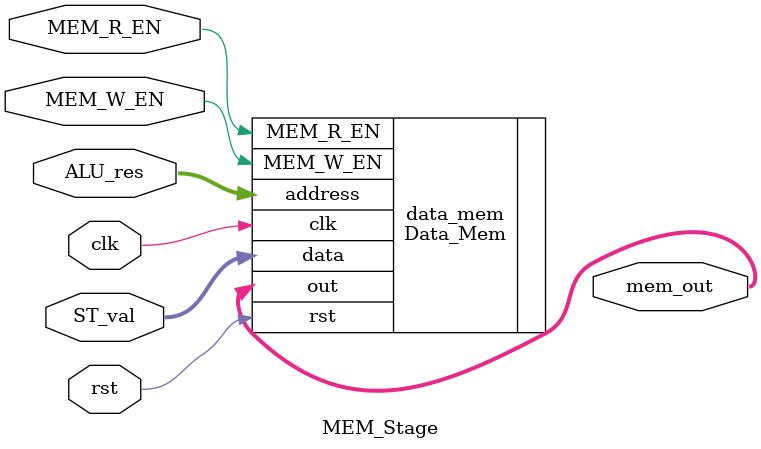
<source format=v>
module MEM_Stage (
    input clk, rst, MEM_W_EN, MEM_R_EN,
    input[31:0] ALU_res, ST_val,
    output[31:0] mem_out
  );

  Data_Mem data_mem(
             .clk(clk),
             .rst(rst),
             .MEM_W_EN(MEM_W_EN),
             .MEM_R_EN(MEM_R_EN),
             .address(ALU_res),
             .data(ST_val),
             .out(mem_out)
           );


endmodule

</source>
